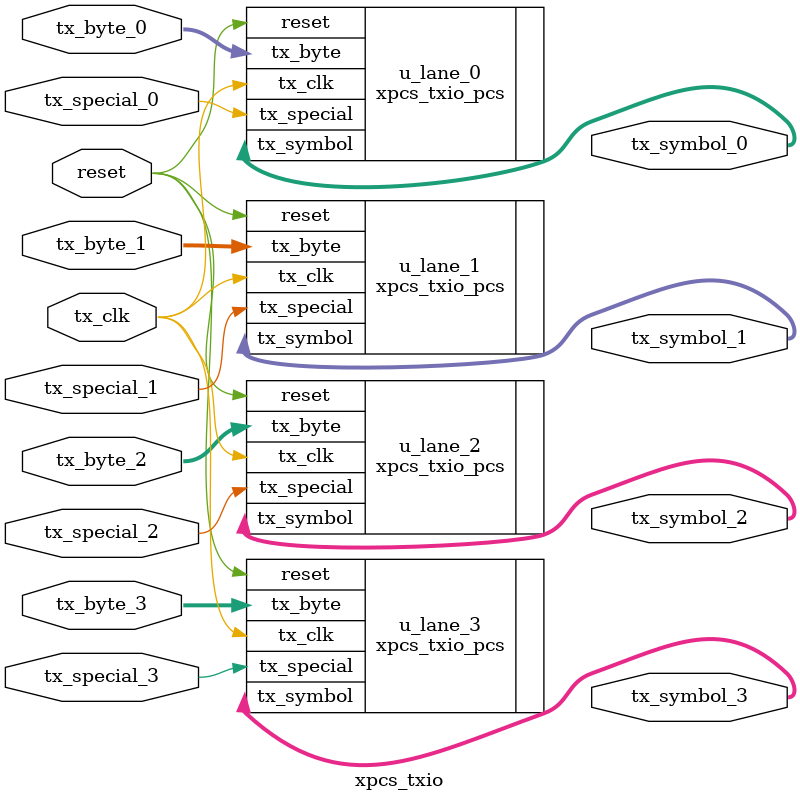
<source format=v>

module xpcs_txio (
                reset,
		tx_clk,

		tx_byte_0,
		tx_byte_1,
		tx_byte_2,
		tx_byte_3,
		
		tx_special_0,
		tx_special_1,
		tx_special_2,
		tx_special_3,
		
                tx_symbol_0,
                tx_symbol_1,
                tx_symbol_2,
                tx_symbol_3 

		);

// Interface
input           reset;		
input		tx_clk;

input	[7:0]	tx_byte_0;
input	[7:0]	tx_byte_1;
input	[7:0]	tx_byte_2;
input	[7:0]	tx_byte_3;

input		tx_special_0;
input		tx_special_1;
input		tx_special_2;
input		tx_special_3;

output [9:0]    tx_symbol_0;
output [9:0]    tx_symbol_1;
output [9:0]    tx_symbol_2;
output [9:0]    tx_symbol_3;


// lane 0 macro

xpcs_txio_pcs u_lane_0 (
                .reset          (reset),
		.tx_clk		(tx_clk),

		.tx_byte	(tx_byte_0),
		.tx_special	(tx_special_0),
		
		.tx_symbol	(tx_symbol_0) ); 

// lane 1 macro

xpcs_txio_pcs u_lane_1 (
                .reset          (reset),
                .tx_clk         (tx_clk),

                .tx_byte        (tx_byte_1),
                .tx_special     (tx_special_1),

                .tx_symbol      (tx_symbol_1) );


// lane 2 macro

xpcs_txio_pcs u_lane_2 (
                .reset          (reset),
                .tx_clk         (tx_clk),

                .tx_byte        (tx_byte_2),
                .tx_special     (tx_special_2),

                .tx_symbol      (tx_symbol_2) );

// lane 3 macro

xpcs_txio_pcs u_lane_3 (
                .reset          (reset),
                .tx_clk         (tx_clk),

                .tx_byte        (tx_byte_3),
                .tx_special     (tx_special_3),

                .tx_symbol      (tx_symbol_3) );


endmodule		

</source>
